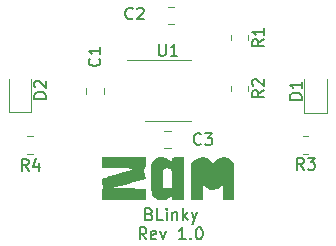
<source format=gbr>
%TF.GenerationSoftware,KiCad,Pcbnew,(6.0.2-0)*%
%TF.CreationDate,2022-04-12T20:56:32+02:00*%
%TF.ProjectId,Blinky,426c696e-6b79-42e6-9b69-6361645f7063,rev?*%
%TF.SameCoordinates,Original*%
%TF.FileFunction,Legend,Top*%
%TF.FilePolarity,Positive*%
%FSLAX46Y46*%
G04 Gerber Fmt 4.6, Leading zero omitted, Abs format (unit mm)*
G04 Created by KiCad (PCBNEW (6.0.2-0)) date 2022-04-12 20:56:32*
%MOMM*%
%LPD*%
G01*
G04 APERTURE LIST*
%ADD10C,0.150000*%
%ADD11C,0.120000*%
G04 APERTURE END LIST*
D10*
X191484476Y-64147571D02*
X191627333Y-64195190D01*
X191674952Y-64242809D01*
X191722571Y-64338047D01*
X191722571Y-64480904D01*
X191674952Y-64576142D01*
X191627333Y-64623761D01*
X191532095Y-64671380D01*
X191151142Y-64671380D01*
X191151142Y-63671380D01*
X191484476Y-63671380D01*
X191579714Y-63719000D01*
X191627333Y-63766619D01*
X191674952Y-63861857D01*
X191674952Y-63957095D01*
X191627333Y-64052333D01*
X191579714Y-64099952D01*
X191484476Y-64147571D01*
X191151142Y-64147571D01*
X192627333Y-64671380D02*
X192151142Y-64671380D01*
X192151142Y-63671380D01*
X192960666Y-64671380D02*
X192960666Y-64004714D01*
X192960666Y-63671380D02*
X192913047Y-63719000D01*
X192960666Y-63766619D01*
X193008285Y-63719000D01*
X192960666Y-63671380D01*
X192960666Y-63766619D01*
X193436857Y-64004714D02*
X193436857Y-64671380D01*
X193436857Y-64099952D02*
X193484476Y-64052333D01*
X193579714Y-64004714D01*
X193722571Y-64004714D01*
X193817809Y-64052333D01*
X193865428Y-64147571D01*
X193865428Y-64671380D01*
X194341619Y-64671380D02*
X194341619Y-63671380D01*
X194436857Y-64290428D02*
X194722571Y-64671380D01*
X194722571Y-64004714D02*
X194341619Y-64385666D01*
X195055904Y-64004714D02*
X195294000Y-64671380D01*
X195532095Y-64004714D02*
X195294000Y-64671380D01*
X195198761Y-64909476D01*
X195151142Y-64957095D01*
X195055904Y-65004714D01*
X191222571Y-66281380D02*
X190889238Y-65805190D01*
X190651142Y-66281380D02*
X190651142Y-65281380D01*
X191032095Y-65281380D01*
X191127333Y-65329000D01*
X191174952Y-65376619D01*
X191222571Y-65471857D01*
X191222571Y-65614714D01*
X191174952Y-65709952D01*
X191127333Y-65757571D01*
X191032095Y-65805190D01*
X190651142Y-65805190D01*
X192032095Y-66233761D02*
X191936857Y-66281380D01*
X191746380Y-66281380D01*
X191651142Y-66233761D01*
X191603523Y-66138523D01*
X191603523Y-65757571D01*
X191651142Y-65662333D01*
X191746380Y-65614714D01*
X191936857Y-65614714D01*
X192032095Y-65662333D01*
X192079714Y-65757571D01*
X192079714Y-65852809D01*
X191603523Y-65948047D01*
X192413047Y-65614714D02*
X192651142Y-66281380D01*
X192889238Y-65614714D01*
X194555904Y-66281380D02*
X193984476Y-66281380D01*
X194270190Y-66281380D02*
X194270190Y-65281380D01*
X194174952Y-65424238D01*
X194079714Y-65519476D01*
X193984476Y-65567095D01*
X194984476Y-66186142D02*
X195032095Y-66233761D01*
X194984476Y-66281380D01*
X194936857Y-66233761D01*
X194984476Y-66186142D01*
X194984476Y-66281380D01*
X195651142Y-65281380D02*
X195746380Y-65281380D01*
X195841619Y-65329000D01*
X195889238Y-65376619D01*
X195936857Y-65471857D01*
X195984476Y-65662333D01*
X195984476Y-65900428D01*
X195936857Y-66090904D01*
X195889238Y-66186142D01*
X195841619Y-66233761D01*
X195746380Y-66281380D01*
X195651142Y-66281380D01*
X195555904Y-66233761D01*
X195508285Y-66186142D01*
X195460666Y-66090904D01*
X195413047Y-65900428D01*
X195413047Y-65662333D01*
X195460666Y-65471857D01*
X195508285Y-65376619D01*
X195555904Y-65329000D01*
X195651142Y-65281380D01*
%TO.C,R3*%
X204543333Y-60392380D02*
X204210000Y-59916190D01*
X203971904Y-60392380D02*
X203971904Y-59392380D01*
X204352857Y-59392380D01*
X204448095Y-59440000D01*
X204495714Y-59487619D01*
X204543333Y-59582857D01*
X204543333Y-59725714D01*
X204495714Y-59820952D01*
X204448095Y-59868571D01*
X204352857Y-59916190D01*
X203971904Y-59916190D01*
X204876666Y-59392380D02*
X205495714Y-59392380D01*
X205162380Y-59773333D01*
X205305238Y-59773333D01*
X205400476Y-59820952D01*
X205448095Y-59868571D01*
X205495714Y-59963809D01*
X205495714Y-60201904D01*
X205448095Y-60297142D01*
X205400476Y-60344761D01*
X205305238Y-60392380D01*
X205019523Y-60392380D01*
X204924285Y-60344761D01*
X204876666Y-60297142D01*
%TO.C,C1*%
X187247142Y-50991666D02*
X187294761Y-51039285D01*
X187342380Y-51182142D01*
X187342380Y-51277380D01*
X187294761Y-51420238D01*
X187199523Y-51515476D01*
X187104285Y-51563095D01*
X186913809Y-51610714D01*
X186770952Y-51610714D01*
X186580476Y-51563095D01*
X186485238Y-51515476D01*
X186390000Y-51420238D01*
X186342380Y-51277380D01*
X186342380Y-51182142D01*
X186390000Y-51039285D01*
X186437619Y-50991666D01*
X187342380Y-50039285D02*
X187342380Y-50610714D01*
X187342380Y-50325000D02*
X186342380Y-50325000D01*
X186485238Y-50420238D01*
X186580476Y-50515476D01*
X186628095Y-50610714D01*
%TO.C,C3*%
X195843333Y-58197142D02*
X195795714Y-58244761D01*
X195652857Y-58292380D01*
X195557619Y-58292380D01*
X195414761Y-58244761D01*
X195319523Y-58149523D01*
X195271904Y-58054285D01*
X195224285Y-57863809D01*
X195224285Y-57720952D01*
X195271904Y-57530476D01*
X195319523Y-57435238D01*
X195414761Y-57340000D01*
X195557619Y-57292380D01*
X195652857Y-57292380D01*
X195795714Y-57340000D01*
X195843333Y-57387619D01*
X196176666Y-57292380D02*
X196795714Y-57292380D01*
X196462380Y-57673333D01*
X196605238Y-57673333D01*
X196700476Y-57720952D01*
X196748095Y-57768571D01*
X196795714Y-57863809D01*
X196795714Y-58101904D01*
X196748095Y-58197142D01*
X196700476Y-58244761D01*
X196605238Y-58292380D01*
X196319523Y-58292380D01*
X196224285Y-58244761D01*
X196176666Y-58197142D01*
%TO.C,R1*%
X201192380Y-49366666D02*
X200716190Y-49700000D01*
X201192380Y-49938095D02*
X200192380Y-49938095D01*
X200192380Y-49557142D01*
X200240000Y-49461904D01*
X200287619Y-49414285D01*
X200382857Y-49366666D01*
X200525714Y-49366666D01*
X200620952Y-49414285D01*
X200668571Y-49461904D01*
X200716190Y-49557142D01*
X200716190Y-49938095D01*
X201192380Y-48414285D02*
X201192380Y-48985714D01*
X201192380Y-48700000D02*
X200192380Y-48700000D01*
X200335238Y-48795238D01*
X200430476Y-48890476D01*
X200478095Y-48985714D01*
%TO.C,R4*%
X181253333Y-60482380D02*
X180920000Y-60006190D01*
X180681904Y-60482380D02*
X180681904Y-59482380D01*
X181062857Y-59482380D01*
X181158095Y-59530000D01*
X181205714Y-59577619D01*
X181253333Y-59672857D01*
X181253333Y-59815714D01*
X181205714Y-59910952D01*
X181158095Y-59958571D01*
X181062857Y-60006190D01*
X180681904Y-60006190D01*
X182110476Y-59815714D02*
X182110476Y-60482380D01*
X181872380Y-59434761D02*
X181634285Y-60149047D01*
X182253333Y-60149047D01*
%TO.C,C2*%
X190073333Y-47567142D02*
X190025714Y-47614761D01*
X189882857Y-47662380D01*
X189787619Y-47662380D01*
X189644761Y-47614761D01*
X189549523Y-47519523D01*
X189501904Y-47424285D01*
X189454285Y-47233809D01*
X189454285Y-47090952D01*
X189501904Y-46900476D01*
X189549523Y-46805238D01*
X189644761Y-46710000D01*
X189787619Y-46662380D01*
X189882857Y-46662380D01*
X190025714Y-46710000D01*
X190073333Y-46757619D01*
X190454285Y-46757619D02*
X190501904Y-46710000D01*
X190597142Y-46662380D01*
X190835238Y-46662380D01*
X190930476Y-46710000D01*
X190978095Y-46757619D01*
X191025714Y-46852857D01*
X191025714Y-46948095D01*
X190978095Y-47090952D01*
X190406666Y-47662380D01*
X191025714Y-47662380D01*
%TO.C,D2*%
X182732380Y-54368095D02*
X181732380Y-54368095D01*
X181732380Y-54130000D01*
X181780000Y-53987142D01*
X181875238Y-53891904D01*
X181970476Y-53844285D01*
X182160952Y-53796666D01*
X182303809Y-53796666D01*
X182494285Y-53844285D01*
X182589523Y-53891904D01*
X182684761Y-53987142D01*
X182732380Y-54130000D01*
X182732380Y-54368095D01*
X181827619Y-53415714D02*
X181780000Y-53368095D01*
X181732380Y-53272857D01*
X181732380Y-53034761D01*
X181780000Y-52939523D01*
X181827619Y-52891904D01*
X181922857Y-52844285D01*
X182018095Y-52844285D01*
X182160952Y-52891904D01*
X182732380Y-53463333D01*
X182732380Y-52844285D01*
%TO.C,U1*%
X192288095Y-49747380D02*
X192288095Y-50556904D01*
X192335714Y-50652142D01*
X192383333Y-50699761D01*
X192478571Y-50747380D01*
X192669047Y-50747380D01*
X192764285Y-50699761D01*
X192811904Y-50652142D01*
X192859523Y-50556904D01*
X192859523Y-49747380D01*
X193859523Y-50747380D02*
X193288095Y-50747380D01*
X193573809Y-50747380D02*
X193573809Y-49747380D01*
X193478571Y-49890238D01*
X193383333Y-49985476D01*
X193288095Y-50033095D01*
%TO.C,R2*%
X201192380Y-53666666D02*
X200716190Y-54000000D01*
X201192380Y-54238095D02*
X200192380Y-54238095D01*
X200192380Y-53857142D01*
X200240000Y-53761904D01*
X200287619Y-53714285D01*
X200382857Y-53666666D01*
X200525714Y-53666666D01*
X200620952Y-53714285D01*
X200668571Y-53761904D01*
X200716190Y-53857142D01*
X200716190Y-54238095D01*
X200287619Y-53285714D02*
X200240000Y-53238095D01*
X200192380Y-53142857D01*
X200192380Y-52904761D01*
X200240000Y-52809523D01*
X200287619Y-52761904D01*
X200382857Y-52714285D01*
X200478095Y-52714285D01*
X200620952Y-52761904D01*
X201192380Y-53333333D01*
X201192380Y-52714285D01*
%TO.C,D1*%
X204367380Y-54455595D02*
X203367380Y-54455595D01*
X203367380Y-54217500D01*
X203415000Y-54074642D01*
X203510238Y-53979404D01*
X203605476Y-53931785D01*
X203795952Y-53884166D01*
X203938809Y-53884166D01*
X204129285Y-53931785D01*
X204224523Y-53979404D01*
X204319761Y-54074642D01*
X204367380Y-54217500D01*
X204367380Y-54455595D01*
X204367380Y-52931785D02*
X204367380Y-53503214D01*
X204367380Y-53217500D02*
X203367380Y-53217500D01*
X203510238Y-53312738D01*
X203605476Y-53407976D01*
X203653095Y-53503214D01*
D11*
%TO.C,R3*%
X204937064Y-57555000D02*
X204482936Y-57555000D01*
X204937064Y-59025000D02*
X204482936Y-59025000D01*
%TO.C,C1*%
X186135000Y-53956252D02*
X186135000Y-53433748D01*
X187605000Y-53956252D02*
X187605000Y-53433748D01*
%TO.C,LG2*%
G36*
X196372904Y-59402817D02*
G01*
X196614177Y-59572136D01*
X196852242Y-59809407D01*
X197118682Y-59572136D01*
X197452958Y-59373813D01*
X197818241Y-59320672D01*
X198171251Y-59412366D01*
X198408375Y-59582353D01*
X198656689Y-59829840D01*
X198656689Y-62975532D01*
X197722241Y-62975532D01*
X197719658Y-62277032D01*
X197712819Y-61933157D01*
X197693847Y-61743492D01*
X197660337Y-61693189D01*
X197630486Y-61726701D01*
X197455484Y-61902136D01*
X197189112Y-62048330D01*
X196909551Y-62125185D01*
X196846341Y-62128866D01*
X196648400Y-62082054D01*
X196404601Y-61965245D01*
X196332424Y-61919750D01*
X196023245Y-61710635D01*
X196023245Y-62975532D01*
X194993340Y-62975532D01*
X195019831Y-61402068D01*
X195046322Y-59828605D01*
X195323749Y-59581735D01*
X195659132Y-59379664D01*
X196023037Y-59319920D01*
X196372904Y-59402817D01*
G37*
G36*
X191181104Y-59793477D02*
G01*
X191165714Y-60052991D01*
X191126120Y-60232675D01*
X191090092Y-60282324D01*
X191045514Y-60366436D01*
X191069241Y-60578851D01*
X191100997Y-60715956D01*
X191153908Y-60955082D01*
X191175437Y-61116001D01*
X191170548Y-61151609D01*
X191081954Y-61183477D01*
X190856723Y-61251578D01*
X190522240Y-61347993D01*
X190105888Y-61464798D01*
X189736734Y-61566380D01*
X188335285Y-61948894D01*
X189184783Y-61954815D01*
X189630994Y-61963355D01*
X190090837Y-61981049D01*
X190487443Y-62004661D01*
X190607693Y-62014711D01*
X191181104Y-62068685D01*
X191181104Y-62975532D01*
X187443312Y-62975532D01*
X187443312Y-62514862D01*
X187455799Y-62251273D01*
X187487915Y-62064225D01*
X187516931Y-62008845D01*
X187543629Y-61906419D01*
X187525833Y-61698480D01*
X187502648Y-61580639D01*
X187458242Y-61345810D01*
X187446341Y-61189032D01*
X187454179Y-61158478D01*
X187545476Y-61124085D01*
X187772523Y-61054256D01*
X188106936Y-60957283D01*
X188520329Y-60841459D01*
X188823346Y-60758526D01*
X189281043Y-60629087D01*
X189651407Y-60513803D01*
X189912982Y-60420105D01*
X190044308Y-60355423D01*
X190051205Y-60333335D01*
X189933731Y-60310419D01*
X189679274Y-60290903D01*
X189320738Y-60276387D01*
X188891030Y-60268469D01*
X188696322Y-60267495D01*
X187443312Y-60266199D01*
X187443312Y-59334866D01*
X191181104Y-59334866D01*
X191181104Y-59793477D01*
G37*
G36*
X191605853Y-61156560D02*
G01*
X191616619Y-60549543D01*
X191655979Y-60091121D01*
X191734524Y-59761508D01*
X191862845Y-59540920D01*
X192051535Y-59409570D01*
X192311184Y-59347674D01*
X192581053Y-59334866D01*
X192879587Y-59362487D01*
X193090677Y-59462877D01*
X193181287Y-59542684D01*
X193389800Y-59750502D01*
X193389800Y-59542684D01*
X193401096Y-59427473D01*
X193461556Y-59365267D01*
X193611037Y-59339815D01*
X193889394Y-59334867D01*
X193899499Y-59334866D01*
X194409198Y-59334866D01*
X194409198Y-62975532D01*
X193899499Y-62975532D01*
X193616931Y-62970926D01*
X193464364Y-62946275D01*
X193401940Y-62885328D01*
X193389804Y-62771834D01*
X193389800Y-62767714D01*
X193389800Y-62559896D01*
X193181287Y-62767714D01*
X192926408Y-62917465D01*
X192594580Y-62980081D01*
X192256522Y-62952170D01*
X191982952Y-62830340D01*
X191976833Y-62825483D01*
X191834899Y-62691449D01*
X191733920Y-62535143D01*
X191667212Y-62326506D01*
X191628095Y-62035479D01*
X191624668Y-61959532D01*
X192625251Y-61959532D01*
X193389800Y-61959532D01*
X193389800Y-61156812D01*
X193387762Y-60783644D01*
X193376200Y-60545960D01*
X193346945Y-60409918D01*
X193291825Y-60341674D01*
X193202672Y-60307384D01*
X193183556Y-60302500D01*
X192947903Y-60283597D01*
X192801282Y-60306593D01*
X192718907Y-60346235D01*
X192667111Y-60424519D01*
X192638903Y-60575373D01*
X192627293Y-60832726D01*
X192625251Y-61160904D01*
X192625251Y-61959532D01*
X191624668Y-61959532D01*
X191609887Y-61632005D01*
X191605853Y-61156560D01*
G37*
%TO.C,C3*%
X193281252Y-58575000D02*
X192758748Y-58575000D01*
X193281252Y-57105000D02*
X192758748Y-57105000D01*
%TO.C,R1*%
X198355000Y-48972936D02*
X198355000Y-49427064D01*
X199825000Y-48972936D02*
X199825000Y-49427064D01*
%TO.C,R4*%
X181162936Y-57555000D02*
X181617064Y-57555000D01*
X181162936Y-59025000D02*
X181617064Y-59025000D01*
%TO.C,C2*%
X193038748Y-46585000D02*
X193561252Y-46585000D01*
X193038748Y-48055000D02*
X193561252Y-48055000D01*
%TO.C,D2*%
X179575000Y-55532500D02*
X181495000Y-55532500D01*
X179575000Y-52672500D02*
X179575000Y-55532500D01*
X181495000Y-55532500D02*
X181495000Y-52672500D01*
%TO.C,U1*%
X193050000Y-56255000D02*
X195000000Y-56255000D01*
X193050000Y-51135000D02*
X189600000Y-51135000D01*
X193050000Y-56255000D02*
X191100000Y-56255000D01*
X193050000Y-51135000D02*
X195000000Y-51135000D01*
%TO.C,R2*%
X199825000Y-53272936D02*
X199825000Y-53727064D01*
X198355000Y-53272936D02*
X198355000Y-53727064D01*
%TO.C,D1*%
X206525000Y-55577500D02*
X206525000Y-52717500D01*
X204605000Y-52717500D02*
X204605000Y-55577500D01*
X204605000Y-55577500D02*
X206525000Y-55577500D01*
%TD*%
M02*

</source>
